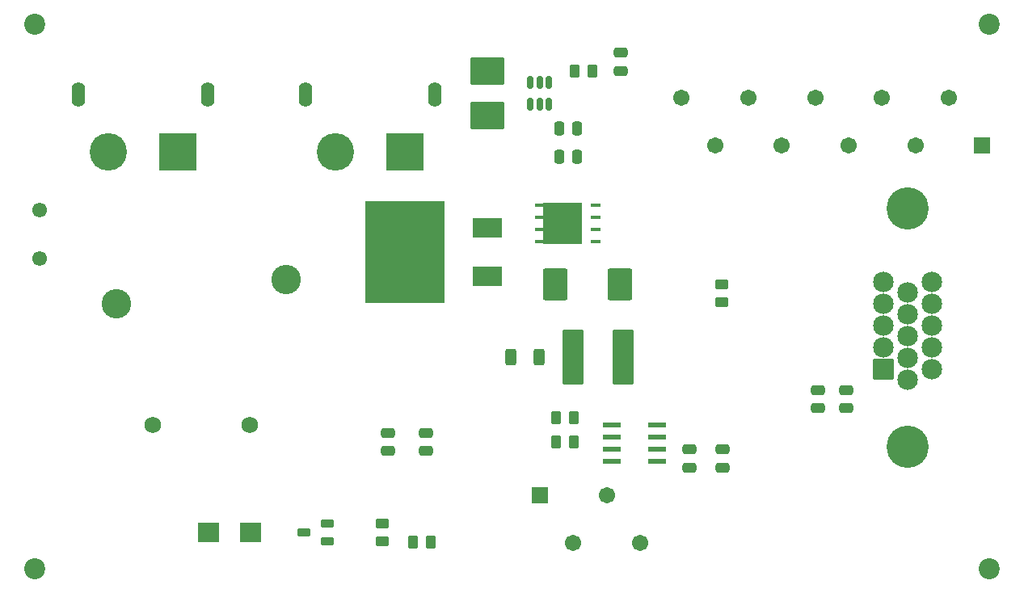
<source format=gts>
%TF.GenerationSoftware,KiCad,Pcbnew,9.0.2*%
%TF.CreationDate,2025-06-28T00:07:11+08:00*%
%TF.ProjectId,KAPTON-HEATERV2,4b415054-4f4e-42d4-9845-415445525632,rev?*%
%TF.SameCoordinates,Original*%
%TF.FileFunction,Soldermask,Top*%
%TF.FilePolarity,Negative*%
%FSLAX46Y46*%
G04 Gerber Fmt 4.6, Leading zero omitted, Abs format (unit mm)*
G04 Created by KiCad (PCBNEW 9.0.2) date 2025-06-28 00:07:11*
%MOMM*%
%LPD*%
G01*
G04 APERTURE LIST*
G04 Aperture macros list*
%AMRoundRect*
0 Rectangle with rounded corners*
0 $1 Rounding radius*
0 $2 $3 $4 $5 $6 $7 $8 $9 X,Y pos of 4 corners*
0 Add a 4 corners polygon primitive as box body*
4,1,4,$2,$3,$4,$5,$6,$7,$8,$9,$2,$3,0*
0 Add four circle primitives for the rounded corners*
1,1,$1+$1,$2,$3*
1,1,$1+$1,$4,$5*
1,1,$1+$1,$6,$7*
1,1,$1+$1,$8,$9*
0 Add four rect primitives between the rounded corners*
20,1,$1+$1,$2,$3,$4,$5,0*
20,1,$1+$1,$4,$5,$6,$7,0*
20,1,$1+$1,$6,$7,$8,$9,0*
20,1,$1+$1,$8,$9,$2,$3,0*%
G04 Aperture macros list end*
%ADD10C,0.000000*%
%ADD11C,1.712000*%
%ADD12RoundRect,0.102000X0.754000X0.754000X-0.754000X0.754000X-0.754000X-0.754000X0.754000X-0.754000X0*%
%ADD13R,3.050000X2.030000*%
%ADD14R,8.380000X10.660000*%
%ADD15RoundRect,0.257600X1.030400X-1.430400X1.030400X1.430400X-1.030400X1.430400X-1.030400X-1.430400X0*%
%ADD16RoundRect,0.250000X0.475000X-0.250000X0.475000X0.250000X-0.475000X0.250000X-0.475000X-0.250000X0*%
%ADD17RoundRect,0.102000X-1.858000X-1.858000X1.858000X-1.858000X1.858000X1.858000X-1.858000X1.858000X0*%
%ADD18C,3.920000*%
%ADD19O,1.404000X2.604000*%
%ADD20RoundRect,0.102000X1.710000X-1.320000X1.710000X1.320000X-1.710000X1.320000X-1.710000X-1.320000X0*%
%ADD21RoundRect,0.250000X0.262500X0.450000X-0.262500X0.450000X-0.262500X-0.450000X0.262500X-0.450000X0*%
%ADD22R,1.981200X0.558800*%
%ADD23RoundRect,0.102000X-0.754000X-0.754000X0.754000X-0.754000X0.754000X0.754000X-0.754000X0.754000X0*%
%ADD24RoundRect,0.250000X0.450000X-0.262500X0.450000X0.262500X-0.450000X0.262500X-0.450000X-0.262500X0*%
%ADD25RoundRect,0.250000X-0.262500X-0.450000X0.262500X-0.450000X0.262500X0.450000X-0.262500X0.450000X0*%
%ADD26RoundRect,0.198500X0.508500X0.198500X-0.508500X0.198500X-0.508500X-0.198500X0.508500X-0.198500X0*%
%ADD27RoundRect,0.102000X-1.000000X-2.760000X1.000000X-2.760000X1.000000X2.760000X-1.000000X2.760000X0*%
%ADD28RoundRect,0.250000X0.250000X0.475000X-0.250000X0.475000X-0.250000X-0.475000X0.250000X-0.475000X0*%
%ADD29RoundRect,0.150000X-0.150000X0.512500X-0.150000X-0.512500X0.150000X-0.512500X0.150000X0.512500X0*%
%ADD30RoundRect,0.250000X-0.475000X0.250000X-0.475000X-0.250000X0.475000X-0.250000X0.475000X0.250000X0*%
%ADD31RoundRect,0.102000X0.975000X-0.975000X0.975000X0.975000X-0.975000X0.975000X-0.975000X-0.975000X0*%
%ADD32C,2.154000*%
%ADD33C,4.420000*%
%ADD34R,2.250000X2.150000*%
%ADD35C,2.200000*%
%ADD36RoundRect,0.250000X-0.450000X0.262500X-0.450000X-0.262500X0.450000X-0.262500X0.450000X0.262500X0*%
%ADD37R,1.016000X0.457200*%
%ADD38R,3.987900X4.314000*%
%ADD39C,1.554000*%
%ADD40RoundRect,0.250000X0.312500X0.625000X-0.312500X0.625000X-0.312500X-0.625000X0.312500X-0.625000X0*%
%ADD41C,1.755000*%
%ADD42C,3.090000*%
G04 APERTURE END LIST*
D10*
%TO.C,MOSFET1*%
G36*
X154263400Y-94995750D02*
G01*
X150275600Y-94995750D01*
X150275600Y-90677750D01*
X154263400Y-90677750D01*
X154263400Y-94995750D01*
G37*
%TD*%
D11*
%TO.C,J3*%
X164750000Y-79700000D03*
X168250000Y-84700000D03*
X171750000Y-79700000D03*
X175250000Y-84700000D03*
X178750000Y-79700000D03*
X182250000Y-84700000D03*
X185750000Y-79700000D03*
X189250000Y-84700000D03*
X192750000Y-79700000D03*
D12*
X196250000Y-84700000D03*
%TD*%
D13*
%TO.C,D2*%
X144372500Y-98360000D03*
X144372500Y-93280000D03*
D14*
X135757500Y-95820000D03*
%TD*%
D15*
%TO.C,D3*%
X151520000Y-99241750D03*
X158320000Y-99241750D03*
%TD*%
D16*
%TO.C,C9*%
X133970000Y-116691750D03*
X133970000Y-114791750D03*
%TD*%
D17*
%TO.C,J1*%
X135722500Y-85360000D03*
D18*
X128522500Y-85360000D03*
D19*
X138872500Y-79360000D03*
X125372500Y-79360000D03*
%TD*%
D20*
%TO.C,R5*%
X144372500Y-81540000D03*
X144372500Y-76860000D03*
%TD*%
D21*
%TO.C,R7*%
X155372500Y-76860000D03*
X153547500Y-76860000D03*
%TD*%
D22*
%TO.C,U1*%
X157420000Y-113971750D03*
X157420000Y-115241750D03*
X157420000Y-116511750D03*
X157420000Y-117781750D03*
X162144400Y-117781750D03*
X162144400Y-116511750D03*
X162144400Y-115241750D03*
X162144400Y-113971750D03*
%TD*%
D21*
%TO.C,R1*%
X136627500Y-126241750D03*
X138452500Y-126241750D03*
%TD*%
D23*
%TO.C,J4*%
X149910000Y-121311750D03*
D11*
X153410000Y-126311750D03*
X156910000Y-121311750D03*
X160410000Y-126311750D03*
%TD*%
D24*
%TO.C,R4*%
X133365000Y-126154250D03*
X133365000Y-124329250D03*
%TD*%
D25*
%TO.C,R2*%
X151595000Y-115741750D03*
X153420000Y-115741750D03*
%TD*%
D26*
%TO.C,Q1*%
X127675000Y-126191750D03*
X127675000Y-124291750D03*
X125165000Y-125241750D03*
%TD*%
D27*
%TO.C,C4*%
X153384000Y-106871750D03*
X158590000Y-106871750D03*
%TD*%
D28*
%TO.C,C5*%
X153822500Y-82860000D03*
X151922500Y-82860000D03*
%TD*%
D29*
%TO.C,U2*%
X150822500Y-78062500D03*
X149872500Y-78062500D03*
X148922500Y-78062500D03*
X148922500Y-80337500D03*
X149872500Y-80337500D03*
X150822500Y-80337500D03*
%TD*%
D30*
%TO.C,C2*%
X165590000Y-116521750D03*
X165590000Y-118421750D03*
%TD*%
D16*
%TO.C,C10*%
X138000000Y-116691750D03*
X138000000Y-114791750D03*
%TD*%
D31*
%TO.C,J5*%
X185920000Y-108121750D03*
D32*
X185920000Y-105831750D03*
X185920000Y-103541750D03*
X185920000Y-101251750D03*
X185920000Y-98961750D03*
X188460000Y-109261750D03*
X188460000Y-106971750D03*
X188460000Y-104681750D03*
X188460000Y-102391750D03*
X188460000Y-100101750D03*
X191000000Y-108121750D03*
X191000000Y-105831750D03*
X191000000Y-103541750D03*
X191000000Y-101251750D03*
X191000000Y-98961750D03*
D33*
X188460000Y-116281750D03*
X188460000Y-91291750D03*
%TD*%
D34*
%TO.C,D1*%
X119620000Y-125241750D03*
X115220000Y-125241750D03*
%TD*%
D16*
%TO.C,C6*%
X158372500Y-76860000D03*
X158372500Y-74960000D03*
%TD*%
D35*
%TO.C,REF\u002A\u002A*%
X197000000Y-129000000D03*
%TD*%
D36*
%TO.C,R6*%
X168920000Y-99241750D03*
X168920000Y-101066750D03*
%TD*%
D21*
%TO.C,R3*%
X153420000Y-113241750D03*
X151595000Y-113241750D03*
%TD*%
D35*
%TO.C,REF\u002A\u002A*%
X197000000Y-72000000D03*
%TD*%
D30*
%TO.C,C1*%
X169030000Y-116521750D03*
X169030000Y-118421750D03*
%TD*%
D37*
%TO.C,MOSFET1*%
X155762000Y-94741750D03*
X155762000Y-93471750D03*
X155762000Y-92201750D03*
X155762000Y-90931750D03*
X149920000Y-90931750D03*
X149920000Y-92201750D03*
X149920000Y-93471750D03*
X149920000Y-94741750D03*
D38*
X152269550Y-92834750D03*
%TD*%
D35*
%TO.C,REF\u002A\u002A*%
X97000000Y-72000000D03*
%TD*%
D16*
%TO.C,C7*%
X179025000Y-112191750D03*
X179025000Y-110291750D03*
%TD*%
D39*
%TO.C,F1*%
X97500000Y-91460000D03*
X97500000Y-96540000D03*
%TD*%
D16*
%TO.C,C8*%
X182000000Y-112191750D03*
X182000000Y-110291750D03*
%TD*%
D28*
%TO.C,C3*%
X153822500Y-85860000D03*
X151922500Y-85860000D03*
%TD*%
D40*
%TO.C,R8*%
X149790000Y-106851750D03*
X146865000Y-106851750D03*
%TD*%
D35*
%TO.C,REF\u002A\u002A*%
X97000000Y-129000000D03*
%TD*%
D17*
%TO.C,J2*%
X111930000Y-85341750D03*
D18*
X104730000Y-85341750D03*
D19*
X115080000Y-79341750D03*
X101580000Y-79341750D03*
%TD*%
D41*
%TO.C,K1*%
X119500000Y-114000000D03*
X109340000Y-114000000D03*
D42*
X105530000Y-101300000D03*
X123310000Y-98760000D03*
%TD*%
M02*

</source>
